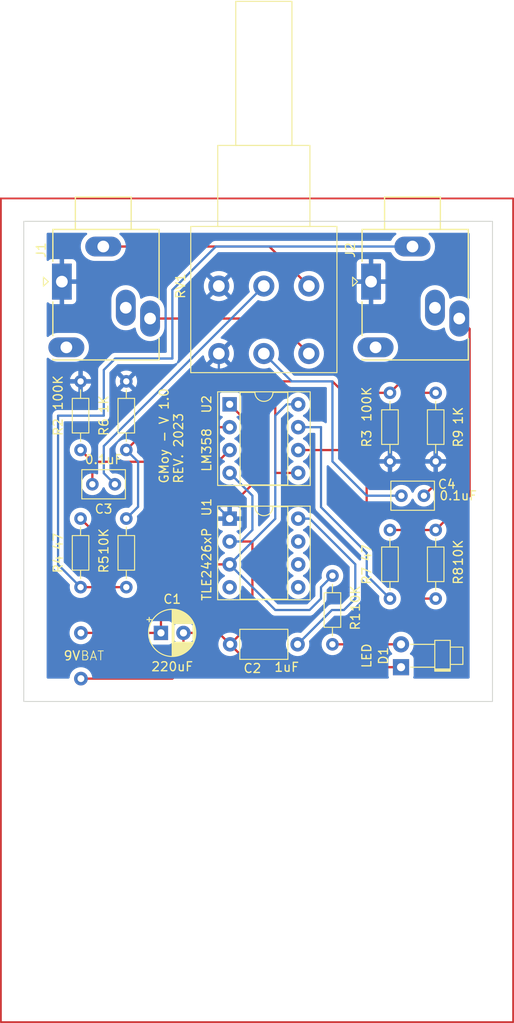
<source format=kicad_pcb>
(kicad_pcb (version 20221018) (generator pcbnew)
  (layers (0 "F.Cu" signal) (31 "B.Cu" signal) (34 "B.Paste" user) (35 "F.Paste" user) (36 "B.SilkS" user "B.Silkscreen") (37 "F.SilkS" user "F.Silkscreen") (38 "B.Mask" user) (39 "F.Mask" user) (44 "Edge.Cuts" user))
  (net 0 "")
  (net 1 "Net-(BT1-+)")
  (net 2 "Net-(BT1--)")
  (net 3 "Net-(U1-NOISE_REDUCTION)")
  (net 4 "Net-(C3-Pad1)")
  (net 5 "Net-(U2A-+)")
  (net 6 "Net-(C4-Pad1)")
  (net 7 "Net-(U2B-+)")
  (net 8 "Net-(D1-A)")
  (net 9 "Net-(J1-PadR)")
  (net 10 "Net-(J1-PadS)")
  (net 11 "GND")
  (net 12 "Net-(J2-PadR)")
  (net 13 "Net-(J2-PadS)")
  (net 14 "Net-(R4-Pad1)")
  (net 15 "Net-(U2A--)")
  (net 16 "Net-(R7-Pad2)")
  (net 17 "Net-(U2B--)")
  (footprint "Battery:Battery-Holes" (layer "F.Cu") (at 168.91 90.17 -90)
    (fp_text reference "BAT" (at 0 -1.27 unlocked) (layer "F.SilkS") (effects (font (thickness 0.1))))
    (fp_text value "9V" (at 0 1 unlocked) (layer "F.SilkS"))
    (pad "1" thru_hole circle (at -2.54 0 270) (size 1.524 1.524) (drill 0.762) (layers "*.Cu" "*.Mask") (net 1 "Net-(BT1-+)"))
    (pad "2" thru_hole circle (at 2.54 0 270) (size 1.524 1.524) (drill 0.762) (layers "*.Cu" "*.Mask") (net 2 "Net-(BT1--)"))
  )
  (footprint "Connector_Audio:Jack_3.5mm_Ledino_KB3SPRS_Horizontal" (layer "F.Cu") (at 201.14 48.61 -90)
    (fp_text reference "J2" (at -3.5 2.3 90) (layer "F.SilkS"))
    (fp_text value "Output")
    (fp_line (start -9.4 -7.7) (end -9.4 -1.5) (stroke (width 0.15)) (layer "F.SilkS"))
    (fp_line (start -9.4 -1.5) (end -5.8 -1.5) (stroke (width 0.15)) (layer "F.SilkS"))
    (fp_line (start -5.8 -10.8) (end 1.95 -10.8) (stroke (width 0.15)) (layer "F.SilkS"))
    (fp_line (start -5.8 -7.7) (end -9.4 -7.7) (stroke (width 0.15)) (layer "F.SilkS"))
    (fp_line (start -5.8 1) (end -5.8 -10.8) (stroke (width 0.15)) (layer "F.SilkS"))
    (fp_line (start -2.25 1) (end -5.8 1) (stroke (width 0.15)) (layer "F.SilkS"))
    (fp_line (start -0.5 2.05) (end 0.5 2.05) (stroke (width 0.12)) (layer "F.SilkS"))
    (fp_line (start 0 1.5) (end -0.5 2.05) (stroke (width 0.12)) (layer "F.SilkS"))
    (fp_line (start 0.5 2.05) (end 0 1.5) (stroke (width 0.12)) (layer "F.SilkS"))
    (fp_line (start 6 1) (end 2.25 1) (stroke (width 0.15)) (layer "F.SilkS"))
    (fp_line (start 6.3 -10.8) (end 8.7 -10.8) (stroke (width 0.15)) (layer "F.SilkS"))
    (fp_line (start 8.7 -10.8) (end 8.7 1) (stroke (width 0.15)) (layer "F.SilkS"))
    (fp_line (start 8.7 1) (end 8.6 1) (stroke (width 0.15)) (layer "F.SilkS"))
    (pad "R" thru_hole oval (at 4.1 -9.8 270) (size 4 2.2) (drill 1.3) (layers "*.Cu" "*.Mask") (net 12 "Net-(J2-PadR)"))
    (pad "RN" thru_hole oval (at 2.9 -7.1 270) (size 4 2.2) (drill 1.3) (layers "*.Cu" "*.Mask"))
    (pad "S" thru_hole oval (at -3.9 -4.6 270) (size 2.2 4) (drill 1.3) (layers "*.Cu" "*.Mask") (net 13 "Net-(J2-PadS)"))
    (pad "T" thru_hole rect (at 0 0 270) (size 4 2.2) (drill 1.3) (layers "*.Cu" "*.Mask") (net 11 "GND"))
    (pad "TN" thru_hole oval (at 7.3 -0.5) (size 4 2.2) (drill 1.3) (layers "*.Cu" "*.Mask"))
  )
  (footprint "LED_THT:LED_D1.8mm_W1.8mm_H2.4mm_Horizontal_O3.81mm_Z8.2mm" (layer "F.Cu") (at 204.47 91.44 90)
    (fp_text reference "D1" (at 1.27 -1.96 90) (layer "F.SilkS"))
    (fp_text value "LED" (at 1.27 -3.81 90) (layer "F.SilkS"))
    (fp_line (start -0.44 3.75) (end -0.44 5.47) (stroke (width 0.12)) (layer "F.SilkS"))
    (fp_line (start -0.44 5.47) (end 2.98 5.47) (stroke (width 0.12)) (layer "F.SilkS"))
    (fp_line (start -0.32 3.75) (end -0.32 5.47) (stroke (width 0.12)) (layer "F.SilkS"))
    (fp_line (start -0.2 3.75) (end -0.2 5.47) (stroke (width 0.12)) (layer "F.SilkS"))
    (fp_line (start 0 1.08) (end 0 1.08) (stroke (width 0.12)) (layer "F.SilkS"))
    (fp_line (start 0 1.08) (end 0 3.75) (stroke (width 0.12)) (layer "F.SilkS"))
    (fp_line (start 0 3.75) (end 0 1.08) (stroke (width 0.12)) (layer "F.SilkS"))
    (fp_line (start 0 3.75) (end 0 3.75) (stroke (width 0.12)) (layer "F.SilkS"))
    (fp_line (start 0.31 5.47) (end 0.31 6.87) (stroke (width 0.12)) (layer "F.SilkS"))
    (fp_line (start 0.31 6.87) (end 2.23 6.87) (stroke (width 0.12)) (layer "F.SilkS"))
    (fp_line (start 2.23 5.47) (end 0.31 5.47) (stroke (width 0.12)) (layer "F.SilkS"))
    (fp_line (start 2.23 6.87) (end 2.23 5.47) (stroke (width 0.12)) (layer "F.SilkS"))
    (fp_line (start 2.54 1.08) (end 2.54 1.08) (stroke (width 0.12)) (layer "F.SilkS"))
    (fp_line (start 2.54 1.08) (end 2.54 3.75) (stroke (width 0.12)) (layer "F.SilkS"))
    (fp_line (start 2.54 3.75) (end 2.54 1.08) (stroke (width 0.12)) (layer "F.SilkS"))
    (fp_line (start 2.54 3.75) (end 2.54 3.75) (stroke (width 0.12)) (layer "F.SilkS"))
    (fp_line (start 2.98 3.75) (end -0.44 3.75) (stroke (width 0.12)) (layer "F.SilkS"))
    (fp_line (start 2.98 5.47) (end 2.98 3.75) (stroke (width 0.12)) (layer "F.SilkS"))
    (pad "1" thru_hole rect (at 0 0 90) (size 1.8 1.8) (drill 0.9) (layers "*.Cu" "*.Mask") (net 2 "Net-(BT1--)"))
    (pad "2" thru_hole circle (at 2.54 0 90) (size 1.8 1.8) (drill 0.9) (layers "*.Cu" "*.Mask") (net 8 "Net-(D1-A)"))
  )
  (footprint "Capacitor_THT:C_Axial_L5.1mm_D3.1mm_P7.50mm_Horizontal" (layer "F.Cu") (at 192.98 88.9 180)
    (fp_text reference "C2" (at 5.02 -2.67) (layer "F.SilkS"))
    (fp_text value "1uF" (at 1.21 -2.54) (layer "F.SilkS"))
    (fp_line (start 1.04 0) (end 1.08 0) (stroke (width 0.12)) (layer "F.SilkS"))
    (fp_line (start 1.08 -1.67) (end 1.08 1.67) (stroke (width 0.12)) (layer "F.SilkS"))
    (fp_line (start 1.08 1.67) (end 6.42 1.67) (stroke (width 0.12)) (layer "F.SilkS"))
    (fp_line (start 6.42 -1.67) (end 1.08 -1.67) (stroke (width 0.12)) (layer "F.SilkS"))
    (fp_line (start 6.42 1.67) (end 6.42 -1.67) (stroke (width 0.12)) (layer "F.SilkS"))
    (fp_line (start 6.46 0) (end 6.42 0) (stroke (width 0.12)) (layer "F.SilkS"))
    (pad "1" thru_hole circle (at 0 0 180) (size 1.6 1.6) (drill 0.8) (layers "*.Cu" "*.Mask") (net 3 "Net-(U1-NOISE_REDUCTION)"))
    (pad "2" thru_hole oval (at 7.5 0 180) (size 1.6 1.6) (drill 0.8) (layers "*.Cu" "*.Mask") (net 2 "Net-(BT1--)"))
  )
  (footprint "Connector_Audio:Jack_3.5mm_Ledino_KB3SPRS_Horizontal" (layer "F.Cu") (at 166.7925 48.61 -90)
    (fp_text reference "J1" (at -3.5 2.3 90) (layer "F.SilkS"))
    (fp_text value "Input")
    (fp_line (start -9.4 -7.7) (end -9.4 -1.5) (stroke (width 0.15)) (layer "F.SilkS"))
    (fp_line (start -9.4 -1.5) (end -5.8 -1.5) (stroke (width 0.15)) (layer "F.SilkS"))
    (fp_line (start -5.8 -10.8) (end 1.95 -10.8) (stroke (width 0.15)) (layer "F.SilkS"))
    (fp_line (start -5.8 -7.7) (end -9.4 -7.7) (stroke (width 0.15)) (layer "F.SilkS"))
    (fp_line (start -5.8 1) (end -5.8 -10.8) (stroke (width 0.15)) (layer "F.SilkS"))
    (fp_line (start -2.25 1) (end -5.8 1) (stroke (width 0.15)) (layer "F.SilkS"))
    (fp_line (start -0.5 2.05) (end 0.5 2.05) (stroke (width 0.12)) (layer "F.SilkS"))
    (fp_line (start 0 1.5) (end -0.5 2.05) (stroke (width 0.12)) (layer "F.SilkS"))
    (fp_line (start 0.5 2.05) (end 0 1.5) (stroke (width 0.12)) (layer "F.SilkS"))
    (fp_line (start 6 1) (end 2.25 1) (stroke (width 0.15)) (layer "F.SilkS"))
    (fp_line (start 6.3 -10.8) (end 8.7 -10.8) (stroke (width 0.15)) (layer "F.SilkS"))
    (fp_line (start 8.7 -10.8) (end 8.7 1) (stroke (width 0.15)) (layer "F.SilkS"))
    (fp_line (start 8.7 1) (end 8.6 1) (stroke (width 0.15)) (layer "F.SilkS"))
    (pad "R" thru_hole oval (at 4.1 -9.8 270) (size 4 2.2) (drill 1.3) (layers "*.Cu" "*.Mask") (net 9 "Net-(J1-PadR)"))
    (pad "RN" thru_hole oval (at 2.9 -7.1 270) (size 4 2.2) (drill 1.3) (layers "*.Cu" "*.Mask"))
    (pad "S" thru_hole oval (at -3.9 -4.6 270) (size 2.2 4) (drill 1.3) (layers "*.Cu" "*.Mask") (net 10 "Net-(J1-PadS)"))
    (pad "T" thru_hole rect (at 0 0 270) (size 4 2.2) (drill 1.3) (layers "*.Cu" "*.Mask") (net 11 "GND"))
    (pad "TN" thru_hole oval (at 7.3 -0.5) (size 4 2.2) (drill 1.3) (layers "*.Cu" "*.Mask"))
  )
  (footprint "Resistor_THT:R_Axial_DIN0204_L3.6mm_D1.6mm_P7.62mm_Horizontal" (layer "F.Cu") (at 208.32 60.96 -90)
    (fp_text reference "R9" (at 5.08 -2.5 90) (layer "F.SilkS"))
    (fp_text value "1K" (at 2.54 -2.5 90) (layer "F.SilkS"))
    (fp_line (start 0.94 0) (end 1.89 0) (stroke (width 0.12)) (layer "F.SilkS"))
    (fp_line (start 1.89 -0.92) (end 1.89 0.92) (stroke (width 0.12)) (layer "F.SilkS"))
    (fp_line (start 1.89 0.92) (end 5.73 0.92) (stroke (width 0.12)) (layer "F.SilkS"))
    (fp_line (start 5.73 -0.92) (end 1.89 -0.92) (stroke (width 0.12)) (layer "F.SilkS"))
    (fp_line (start 5.73 0.92) (end 5.73 -0.92) (stroke (width 0.12)) (layer "F.SilkS"))
    (fp_line (start 6.68 0) (end 5.73 0) (stroke (width 0.12)) (layer "F.SilkS"))
    (pad "1" thru_hole circle (at 0 0 270) (size 1.4 1.4) (drill 0.7) (layers "*.Cu" "*.Mask") (net 17 "Net-(U2B--)"))
    (pad "2" thru_hole oval (at 7.62 0 270) (size 1.4 1.4) (drill 0.7) (layers "*.Cu" "*.Mask") (net 11 "GND"))
  )
  (footprint "Resistor_THT:R_Axial_DIN0204_L3.6mm_D1.6mm_P7.62mm_Horizontal" (layer "F.Cu") (at 168.87 74.93 -90)
    (fp_text reference "R4" (at 5.08 2.5 90) (layer "F.SilkS"))
    (fp_text value "47" (at 2.54 2.5 90) (layer "F.SilkS"))
    (fp_line (start 0.94 0) (end 1.89 0) (stroke (width 0.12)) (layer "F.SilkS"))
    (fp_line (start 1.89 -0.92) (end 1.89 0.92) (stroke (width 0.12)) (layer "F.SilkS"))
    (fp_line (start 1.89 0.92) (end 5.73 0.92) (stroke (width 0.12)) (layer "F.SilkS"))
    (fp_line (start 5.73 -0.92) (end 1.89 -0.92) (stroke (width 0.12)) (layer "F.SilkS"))
    (fp_line (start 5.73 0.92) (end 5.73 -0.92) (stroke (width 0.12)) (layer "F.SilkS"))
    (fp_line (start 6.68 0) (end 5.73 0) (stroke (width 0.12)) (layer "F.SilkS"))
    (pad "1" thru_hole circle (at 0 0 270) (size 1.4 1.4) (drill 0.7) (layers "*.Cu" "*.Mask") (net 14 "Net-(R4-Pad1)"))
    (pad "2" thru_hole oval (at 7.62 0 270) (size 1.4 1.4) (drill 0.7) (layers "*.Cu" "*.Mask") (net 13 "Net-(J2-PadS)"))
  )
  (footprint "Resistor_THT:R_Axial_DIN0204_L3.6mm_D1.6mm_P7.62mm_Horizontal" (layer "F.Cu") (at 173.95 74.93 -90)
    (fp_text reference "R5" (at 5.08 2.5 90) (layer "F.SilkS"))
    (fp_text value "10K" (at 2.54 2.5 90) (layer "F.SilkS"))
    (fp_line (start 0.94 0) (end 1.89 0) (stroke (width 0.12)) (layer "F.SilkS"))
    (fp_line (start 1.89 -0.92) (end 1.89 0.92) (stroke (width 0.12)) (layer "F.SilkS"))
    (fp_line (start 1.89 0.92) (end 5.73 0.92) (stroke (width 0.12)) (layer "F.SilkS"))
    (fp_line (start 5.73 -0.92) (end 1.89 -0.92) (stroke (width 0.12)) (layer "F.SilkS"))
    (fp_line (start 5.73 0.92) (end 5.73 -0.92) (stroke (width 0.12)) (layer "F.SilkS"))
    (fp_line (start 6.68 0) (end 5.73 0) (stroke (width 0.12)) (layer "F.SilkS"))
    (pad "1" thru_hole circle (at 0 0 270) (size 1.4 1.4) (drill 0.7) (layers "*.Cu" "*.Mask") (net 15 "Net-(U2A--)"))
    (pad "2" thru_hole oval (at 7.62 0 270) (size 1.4 1.4) (drill 0.7) (layers "*.Cu" "*.Mask") (net 13 "Net-(J2-PadS)"))
  )
  (footprint "Capacitor_THT:CP_Radial_D5.0mm_P2.50mm" (layer "F.Cu") (at 177.8 87.63)
    (fp_text reference "C1" (at 1.25 -3.75) (layer "F.SilkS"))
    (fp_text value "220uF" (at 1.25 3.75) (layer "F.SilkS"))
    (fp_line (start -1.554775 -1.475) (end -1.054775 -1.475) (stroke (width 0.12)) (layer "F.SilkS"))
    (fp_line (start -1.304775 -1.725) (end -1.304775 -1.225) (stroke (width 0.12)) (layer "F.SilkS"))
    (fp_line (start 1.25 -2.58) (end 1.25 2.58) (stroke (width 0.12)) (layer "F.SilkS"))
    (fp_line (start 1.29 -2.58) (end 1.29 2.58) (stroke (width 0.12)) (layer "F.SilkS"))
    (fp_line (start 1.33 -2.579) (end 1.33 2.579) (stroke (width 0.12)) (layer "F.SilkS"))
    (fp_line (start 1.37 -2.578) (end 1.37 2.578) (stroke (width 0.12)) (layer "F.SilkS"))
    (fp_line (start 1.41 -2.576) (end 1.41 2.576) (stroke (width 0.12)) (layer "F.SilkS"))
    (fp_line (start 1.45 -2.573) (end 1.45 2.573) (stroke (width 0.12)) (layer "F.SilkS"))
    (fp_line (start 1.49 -2.569) (end 1.49 -1.04) (stroke (width 0.12)) (layer "F.SilkS"))
    (fp_line (start 1.49 1.04) (end 1.49 2.569) (stroke (width 0.12)) (layer "F.SilkS"))
    (fp_line (start 1.53 -2.565) (end 1.53 -1.04) (stroke (width 0.12)) (layer "F.SilkS"))
    (fp_line (start 1.53 1.04) (end 1.53 2.565) (stroke (width 0.12)) (layer "F.SilkS"))
    (fp_line (start 1.57 -2.561) (end 1.57 -1.04) (stroke (width 0.12)) (layer "F.SilkS"))
    (fp_line (start 1.57 1.04) (end 1.57 2.561) (stroke (width 0.12)) (layer "F.SilkS"))
    (fp_line (start 1.61 -2.556) (end 1.61 -1.04) (stroke (width 0.12)) (layer "F.SilkS"))
    (fp_line (start 1.61 1.04) (end 1.61 2.556) (stroke (width 0.12)) (layer "F.SilkS"))
    (fp_line (start 1.65 -2.55) (end 1.65 -1.04) (stroke (width 0.12)) (layer "F.SilkS"))
    (fp_line (start 1.65 1.04) (end 1.65 2.55) (stroke (width 0.12)) (layer "F.SilkS"))
    (fp_line (start 1.69 -2.543) (end 1.69 -1.04) (stroke (width 0.12)) (layer "F.SilkS"))
    (fp_line (start 1.69 1.04) (end 1.69 2.543) (stroke (width 0.12)) (layer "F.SilkS"))
    (fp_line (start 1.73 -2.536) (end 1.73 -1.04) (stroke (width 0.12)) (layer "F.SilkS"))
    (fp_line (start 1.73 1.04) (end 1.73 2.536) (stroke (width 0.12)) (layer "F.SilkS"))
    (fp_line (start 1.77 -2.528) (end 1.77 -1.04) (stroke (width 0.12)) (layer "F.SilkS"))
    (fp_line (start 1.77 1.04) (end 1.77 2.528) (stroke (width 0.12)) (layer "F.SilkS"))
    (fp_line (start 1.81 -2.52) (end 1.81 -1.04) (stroke (width 0.12)) (layer "F.SilkS"))
    (fp_line (start 1.81 1.04) (end 1.81 2.52) (stroke (width 0.12)) (layer "F.SilkS"))
    (fp_line (start 1.85 -2.511) (end 1.85 -1.04) (stroke (width 0.12)) (layer "F.SilkS"))
    (fp_line (start 1.85 1.04) (end 1.85 2.511) (stroke (width 0.12)) (layer "F.SilkS"))
    (fp_line (start 1.89 -2.501) (end 1.89 -1.04) (stroke (width 0.12)) (layer "F.SilkS"))
    (fp_line (start 1.89 1.04) (end 1.89 2.501) (stroke (width 0.12)) (layer "F.SilkS"))
    (fp_line (start 1.93 -2.491) (end 1.93 -1.04) (stroke (width 0.12)) (layer "F.SilkS"))
    (fp_line (start 1.93 1.04) (end 1.93 2.491) (stroke (width 0.12)) (layer "F.SilkS"))
    (fp_line (start 1.971 -2.48) (end 1.971 -1.04) (stroke (width 0.12)) (layer "F.SilkS"))
    (fp_line (start 1.971 1.04) (end 1.971 2.48) (stroke (width 0.12)) (layer "F.SilkS"))
    (fp_line (start 2.011 -2.468) (end 2.011 -1.04) (stroke (width 0.12)) (layer "F.SilkS"))
    (fp_line (start 2.011 1.04) (end 2.011 2.468) (stroke (width 0.12)) (layer "F.SilkS"))
    (fp_line (start 2.051 -2.455) (end 2.051 -1.04) (stroke (width 0.12)) (layer "F.SilkS"))
    (fp_line (start 2.051 1.04) (end 2.051 2.455) (stroke (width 0.12)) (layer "F.SilkS"))
    (fp_line (start 2.091 -2.442) (end 2.091 -1.04) (stroke (width 0.12)) (layer "F.SilkS"))
    (fp_line (start 2.091 1.04) (end 2.091 2.442) (stroke (width 0.12)) (layer "F.SilkS"))
    (fp_line (start 2.131 -2.428) (end 2.131 -1.04) (stroke (width 0.12)) (layer "F.SilkS"))
    (fp_line (start 2.131 1.04) (end 2.131 2.428) (stroke (width 0.12)) (layer "F.SilkS"))
    (fp_line (start 2.171 -2.414) (end 2.171 -1.04) (stroke (width 0.12)) (layer "F.SilkS"))
    (fp_line (start 2.171 1.04) (end 2.171 2.414) (stroke (width 0.12)) (layer "F.SilkS"))
    (fp_line (start 2.211 -2.398) (end 2.211 -1.04) (stroke (width 0.12)) (layer "F.SilkS"))
    (fp_line (start 2.211 1.04) (end 2.211 2.398) (stroke (width 0.12)) (layer "F.SilkS"))
    (fp_line (start 2.251 -2.382) (end 2.251 -1.04) (stroke (width 0.12)) (layer "F.SilkS"))
    (fp_line (start 2.251 1.04) (end 2.251 2.382) (stroke (width 0.12)) (layer "F.SilkS"))
    (fp_line (start 2.291 -2.365) (end 2.291 -1.04) (stroke (width 0.12)) (layer "F.SilkS"))
    (fp_line (start 2.291 1.04) (end 2.291 2.365) (stroke (width 0.12)) (layer "F.SilkS"))
    (fp_line (start 2.331 -2.348) (end 2.331 -1.04) (stroke (width 0.12)) (layer "F.SilkS"))
    (fp_line (start 2.331 1.04) (end 2.331 2.348) (stroke (width 0.12)) (layer "F.SilkS"))
    (fp_line (start 2.371 -2.329) (end 2.371 -1.04) (stroke (width 0.12)) (layer "F.SilkS"))
    (fp_line (start 2.371 1.04) (end 2.371 2.329) (stroke (width 0.12)) (layer "F.SilkS"))
    (fp_line (start 2.411 -2.31) (end 2.411 -1.04) (stroke (width 0.12)) (layer "F.SilkS"))
    (fp_line (start 2.411 1.04) (end 2.411 2.31) (stroke (width 0.12)) (layer "F.SilkS"))
    (fp_line (start 2.451 -2.29) (end 2.451 -1.04) (stroke (width 0.12)) (layer "F.SilkS"))
    (fp_line (start 2.451 1.04) (end 2.451 2.29) (stroke (width 0.12)) (layer "F.SilkS"))
    (fp_line (start 2.491 -2.268) (end 2.491 -1.04) (stroke (width 0.12)) (layer "F.SilkS"))
    (fp_line (start 2.491 1.04) (end 2.491 2.268) (stroke (width 0.12)) (layer "F.SilkS"))
    (fp_line (start 2.531 -2.247) (end 2.531 -1.04) (stroke (width 0.12)) (layer "F.SilkS"))
    (fp_line (start 2.531 1.04) (end 2.531 2.247) (stroke (width 0.12)) (layer "F.SilkS"))
    (fp_line (start 2.571 -2.224) (end 2.571 -1.04) (stroke (width 0.12)) (layer "F.SilkS"))
    (fp_line (start 2.571 1.04) (end 2.571 2.224) (stroke (width 0.12)) (layer "F.SilkS"))
    (fp_line (start 2.611 -2.2) (end 2.611 -1.04) (stroke (width 0.12)) (layer "F.SilkS"))
    (fp_line (start 2.611 1.04) (end 2.611 2.2) (stroke (width 0.12)) (layer "F.SilkS"))
    (fp_line (start 2.651 -2.175) (end 2.651 -1.04) (stroke (width 0.12)) (layer "F.SilkS"))
    (fp_line (start 2.651 1.04) (end 2.651 2.175) (stroke (width 0.12)) (layer "F.SilkS"))
    (fp_line (start 2.691 -2.149) (end 2.691 -1.04) (stroke (width 0.12)) (layer "F.SilkS"))
    (fp_line (start 2.691 1.04) (end 2.691 2.149) (stroke (width 0.12)) (layer "F.SilkS"))
    (fp_line (start 2.731 -2.122) (end 2.731 -1.04) (stroke (width 0.12)) (layer "F.SilkS"))
    (fp_line (start 2.731 1.04) (end 2.731 2.122) (stroke (width 0.12)) (layer "F.SilkS"))
    (fp_line (start 2.771 -2.095) (end 2.771 -1.04) (stroke (width 0.12)) (layer "F.SilkS"))
    (fp_line (start 2.771 1.04) (end 2.771 2.095) (stroke (width 0.12)) (layer "F.SilkS"))
    (fp_line (start 2.811 -2.065) (end 2.811 -1.04) (stroke (width 0.12)) (layer "F.SilkS"))
    (fp_line (start 2.811 1.04) (end 2.811 2.065) (stroke (width 0.12)) (layer "F.SilkS"))
    (fp_line (start 2.851 -2.035) (end 2.851 -1.04) (stroke (width 0.12)) (layer "F.SilkS"))
    (fp_line (start 2.851 1.04) (end 2.851 2.035) (stroke (width 0.12)) (layer "F.SilkS"))
    (fp_line (start 2.891 -2.004) (end 2.891 -1.04) (stroke (width 0.12)) (layer "F.SilkS"))
    (fp_line (start 2.891 1.04) (end 2.891 2.004) (stroke (width 0.12)) (layer "F.SilkS"))
    (fp_line (start 2.931 -1.971) (end 2.931 -1.04) (stroke (width 0.12)) (layer "F.SilkS"))
    (fp_line (start 2.931 1.04) (end 2.931 1.971) (stroke (width 0.12)) (layer "F.SilkS"))
    (fp_line (start 2.971 -1.937) (end 2.971 -1.04) (stroke (width 0.12)) (layer "F.SilkS"))
    (fp_line (start 2.971 1.04) (end 2.971 1.937) (stroke (width 0.12)) (layer "F.SilkS"))
    (fp_line (start 3.011 -1.901) (end 3.011 -1.04) (stroke (width 0.12)) (layer "F.SilkS"))
    (fp_line (start 3.011 1.04) (end 3.011 1.901) (stroke (width 0.12)) (layer "F.SilkS"))
    (fp_line (start 3.051 -1.864) (end 3.051 -1.04) (stroke (width 0.12)) (layer "F.SilkS"))
    (fp_line (start 3.051 1.04) (end 3.051 1.864) (stroke (width 0.12)) (layer "F.SilkS"))
    (fp_line (start 3.091 -1.826) (end 3.091 -1.04) (stroke (width 0.12)) (layer "F.SilkS"))
    (fp_line (start 3.091 1.04) (end 3.091 1.826) (stroke (width 0.12)) (layer "F.SilkS"))
    (fp_line (start 3.131 -1.785) (end 3.131 -1.04) (stroke (width 0.12)) (layer "F.SilkS"))
    (fp_line (start 3.131 1.04) (end 3.131 1.785) (stroke (width 0.12)) (layer "F.SilkS"))
    (fp_line (start 3.171 -1.743) (end 3.171 -1.04) (stroke (width 0.12)) (layer "F.SilkS"))
    (fp_line (start 3.171 1.04) (end 3.171 1.743) (stroke (width 0.12)) (layer "F.SilkS"))
    (fp_line (start 3.211 -1.699) (end 3.211 -1.04) (stroke (width 0.12)) (layer "F.SilkS"))
    (fp_line (start 3.211 1.04) (end 3.211 1.699) (stroke (width 0.12)) (layer "F.SilkS"))
    (fp_line (start 3.251 -1.653) (end 3.251 -1.04) (stroke (width 0.12)) (layer "F.SilkS"))
    (fp_line (start 3.251 1.04) (end 3.251 1.653) (stroke (width 0.12)) (layer "F.SilkS"))
    (fp_line (start 3.291 -1.605) (end 3.291 -1.04) (stroke (width 0.12)) (layer "F.SilkS"))
    (fp_line (start 3.291 1.04) (end 3.291 1.605) (stroke (width 0.12)) (layer "F.SilkS"))
    (fp_line (start 3.331 -1.554) (end 3.331 -1.04) (stroke (width 0.12)) (layer "F.SilkS"))
    (fp_line (start 3.331 1.04) (end 3.331 1.554) (stroke (width 0.12)) (layer "F.SilkS"))
    (fp_line (start 3.371 -1.5) (end 3.371 -1.04) (stroke (width 0.12)) (layer "F.SilkS"))
    (fp_line (start 3.371 1.04) (end 3.371 1.5) (stroke (width 0.12)) (layer "F.SilkS"))
    (fp_line (start 3.411 -1.443) (end 3.411 -1.04) (stroke (width 0.12)) (layer "F.SilkS"))
    (fp_line (start 3.411 1.04) (end 3.411 1.443) (stroke (width 0.12)) (layer "F.SilkS"))
    (fp_line (start 3.451 -1.383) (end 3.451 -1.04) (stroke (width 0.12)) (layer "F.SilkS"))
    (fp_line (start 3.451 1.04) (end 3.451 1.383) (stroke (width 0.12)) (layer "F.SilkS"))
    (fp_line (start 3.491 -1.319) (end 3.491 -1.04) (stroke (width 0.12)) (layer "F.SilkS"))
    (fp_line (start 3.491 1.04) (end 3.491 1.319) (stroke (width 0.12)) (layer "F.SilkS"))
    (fp_line (start 3.531 -1.251) (end 3.531 -1.04) (stroke (width 0.12)) (layer "F.SilkS"))
    (fp_line (start 3.531 1.04) (end 3.531 1.251) (stroke (width 0.12)) (layer "F.SilkS"))
    (fp_line (start 3.571 -1.178) (end 3.571 1.178) (stroke (width 0.12)) (layer "F.SilkS"))
    (fp_line (start 3.611 -1.098) (end 3.611 1.098) (stroke (width 0.12)) (layer "F.SilkS"))
    (fp_line (start 3.651 -1.011) (end 3.651 1.011) (stroke (width 0.12)) (layer "F.SilkS"))
    (fp_line (start 3.691 -0.915) (end 3.691 0.915) (stroke (width 0.12)) (layer "F.SilkS"))
    (fp_line (start 3.731 -0.805) (end 3.731 0.805) (stroke (width 0.12)) (layer "F.SilkS"))
    (fp_line (start 3.771 -0.677) (end 3.771 0.677) (stroke (width 0.12)) (layer "F.SilkS"))
    (fp_line (start 3.811 -0.518) (end 3.811 0.518) (stroke (width 0.12)) (layer "F.SilkS"))
    (fp_line (start 3.851 -0.284) (end 3.851 0.284) (stroke (width 0.12)) (layer "F.SilkS"))
    (fp_circle (center 1.25 0) (end 3.87 0) (stroke (width 0.12)) (fill none) (layer "F.SilkS"))
    (pad "1" thru_hole rect (at 0 0) (size 1.6 1.6) (drill 0.8) (layers "*.Cu" "*.Mask") (net 1 "Net-(BT1-+)"))
    (pad "2" thru_hole circle (at 2.5 0) (size 1.6 1.6) (drill 0.8) (layers "*.Cu" "*.Mask") (net 2 "Net-(BT1--)"))
  )
  (footprint "Resistor_THT:R_Axial_DIN0204_L3.6mm_D1.6mm_P7.62mm_Horizontal" (layer "F.Cu") (at 173.95 59.69 -90)
    (fp_text reference "R6" (at 5.08 2.5 90) (layer "F.SilkS"))
    (fp_text value "1K" (at 2.54 2.5 90) (layer "F.SilkS"))
    (fp_line (start 0.94 0) (end 1.89 0) (stroke (width 0.12)) (layer "F.SilkS"))
    (fp_line (start 1.89 -0.92) (end 1.89 0.92) (stroke (width 0.12)) (layer "F.SilkS"))
    (fp_line (start 1.89 0.92) (end 5.73 0.92) (stroke (width 0.12)) (layer "F.SilkS"))
    (fp_line (start 5.73 -0.92) (end 1.89 -0.92) (stroke (width 0.12)) (layer "F.SilkS"))
    (fp_line (start 5.73 0.92) (end 5.73 -0.92) (stroke (width 0.12)) (layer "F.SilkS"))
    (fp_line (start 6.68 0) (end 5.73 0) (stroke (width 0.12)) (layer "F.SilkS"))
    (pad "1" thru_hole circle (at 0 0 270) (size 1.4 1.4) (drill 0.7) (layers "*.Cu" "*.Mask") (net 11 "GND"))
    (pad "2" thru_hole oval (at 7.62 0 270) (size 1.4 1.4) (drill 0.7) (layers "*.Cu" "*.Mask") (net 15 "Net-(U2A--)"))
  )
  (footprint "Resistor_THT:R_Axial_DIN0204_L3.6mm_D1.6mm_P7.62mm_Horizontal" (layer "F.Cu") (at 203.24 76.2 -90)
    (fp_text reference "R7" (at 5.08 2.58 90) (layer "F.SilkS"))
    (fp_text value "47" (at 2.54 2.58 90) (layer "F.SilkS"))
    (fp_line (start 0.94 0) (end 1.89 0) (stroke (width 0.12)) (layer "F.SilkS"))
    (fp_line (start 1.89 -0.92) (end 1.89 0.92) (stroke (width 0.12)) (layer "F.SilkS"))
    (fp_line (start 1.89 0.92) (end 5.73 0.92) (stroke (width 0.12)) (layer "F.SilkS"))
    (fp_line (start 5.73 -0.92) (end 1.89 -0.92) (stroke (width 0.12)) (layer "F.SilkS"))
    (fp_line (start 5.73 0.92) (end 5.73 -0.92) (stroke (width 0.12)) (layer "F.SilkS"))
    (fp_line (start 6.68 0) (end 5.73 0) (stroke (width 0.12)) (layer "F.SilkS"))
    (pad "1" thru_hole circle (at 0 0 270) (size 1.4 1.4) (drill 0.7) (layers "*.Cu" "*.Mask") (net 12 "Net-(J2-PadR)"))
    (pad "2" thru_hole oval (at 7.62 0 270) (size 1.4 1.4) (drill 0.7) (layers "*.Cu" "*.Mask") (net 16 "Net-(R7-Pad2)"))
  )
  (footprint "Resistor_THT:R_Axial_DIN0204_L3.6mm_D1.6mm_P7.62mm_Horizontal" (layer "F.Cu") (at 168.87 67.31 90)
    (fp_text reference "R2" (at 2.54 -2.5 90) (layer "F.SilkS"))
    (fp_text value "100K" (at 6.35 -2.5 90) (layer "F.SilkS"))
    (fp_line (start 0.94 0) (end 1.89 0) (stroke (width 0.12)) (layer "F.SilkS"))
    (fp_line (start 1.89 -0.92) (end 1.89 0.92) (stroke (width 0.12)) (layer "F.SilkS"))
    (fp_line (start 1.89 0.92) (end 5.73 0.92) (stroke (width 0.12)) (layer "F.SilkS"))
    (fp_line (start 5.73 -0.92) (end 1.89 -0.92) (stroke (width 0.12)) (layer "F.SilkS"))
    (fp_line (start 5.73 0.92) (end 5.73 -0.92) (stroke (width 0.12)) (layer "F.SilkS"))
    (fp_line (start 6.68 0) (end 5.73 0) (stroke (width 0.12)) (layer "F.SilkS"))
    (pad "1" thru_hole circle (at 0 0 90) (size 1.4 1.4) (drill 0.7) (layers "*.Cu" "*.Mask") (net 5 "Net-(U2A-+)"))
    (pad "2" thru_hole oval (at 7.62 0 90) (size 1.4 1.4) (drill 0.7) (layers "*.Cu" "*.Mask") (net 11 "GND"))
  )
  (footprint "Capacitor_THT:C_Rect_L4.6mm_W3.0mm_P2.50mm_MKS02_FKP02" (layer "F.Cu") (at 204.51 72.39)
    (fp_text reference "C4" (at 5.04 -1.27) (layer "F.SilkS"))
    (fp_text value "0.1uF" (at 6.31 0) (layer "F.SilkS"))
    (fp_line (start -1.17 -1.62) (end -1.17 1.62) (stroke (width 0.12)) (layer "F.SilkS"))
    (fp_line (start -1.17 -1.62) (end 3.67 -1.62) (stroke (width 0.12)) (layer "F.SilkS"))
    (fp_line (start -1.17 1.62) (end 3.67 1.62) (stroke (width 0.12)) (layer "F.SilkS"))
    (fp_line (start 3.67 -1.62) (end 3.67 1.62) (stroke (width 0.12)) (layer "F.SilkS"))
    (pad "1" thru_hole circle (at 0 0) (size 1.4 1.4) (drill 0.7) (layers "*.Cu" "*.Mask") (net 6 "Net-(C4-Pad1)"))
    (pad "2" thru_hole circle (at 2.5 0) (size 1.4 1.4) (drill 0.7) (layers "*.Cu" "*.Mask") (net 7 "Net-(U2B-+)"))
  )
  (footprint "Package_DIP:DIP-8_W7.62mm_Socket" (layer "F.Cu") (at 185.43 74.94)
    (fp_text reference "U1" (at -2.55 -1.28 90) (layer "F.SilkS"))
    (fp_text value "TLE2426xP" (at -2.55 5.07 90) (layer "F.SilkS"))
    (fp_line (start -1.33 -1.39) (end -1.33 9.01) (stroke (width 0.12)) (layer "F.SilkS"))
    (fp_line (start -1.33 9.01) (end 8.95 9.01) (stroke (width 0.12)) (layer "F.SilkS"))
    (fp_line (start 1.16 -1.33) (end 1.16 8.95) (stroke (width 0.12)) (layer "F.SilkS"))
    (fp_line (start 1.16 8.95) (end 6.46 8.95) (stroke (width 0.12)) (layer "F.SilkS"))
    (fp_line (start 2.81 -1.33) (end 1.16 -1.33) (stroke (width 0.12)) (layer "F.SilkS"))
    (fp_line (start 6.46 -1.33) (end 4.81 -1.33) (stroke (width 0.12)) (layer "F.SilkS"))
    (fp_line (start 6.46 8.95) (end 6.46 -1.33) (stroke (width 0.12)) (layer "F.SilkS"))
    (fp_line (start 8.95 -1.39) (end -1.33 -1.39) (stroke (width 0.12)) (layer "F.SilkS"))
    (fp_line (start 8.95 9.01) (end 8.95 -1.39) (stroke (width 0.12)) (layer "F.SilkS"))
    (fp_arc (start 4.81 -1.33) (mid 3.81 -0.33) (end 2.81 -1.33) (stroke (width 0.12)) (layer "F.SilkS"))
    (pad "1" thru_hole rect (at 0 0) (size 1.6 1.6) (drill 0.8) (layers "*.Cu" "*.Mask") (net 11 "GND"))
    (pad "2" thru_hole oval (at 0 2.54) (size 1.6 1.6) (drill 0.8) (layers "*.Cu" "*.Mask") (net 2 "Net-(BT1--)"))
    (pad "3" thru_hole oval (at 0 5.08) (size 1.6 1.6) (drill 0.8) (layers "*.Cu" "*.Mask") (net 1 "Net-(BT1-+)"))
    (pad "4" thru_hole oval (at 0 7.62) (size 1.6 1.6) (drill 0.8) (layers "*.Cu" "*.Mask"))
    (pad "5" thru_hole oval (at 7.62 7.62) (size 1.6 1.6) (drill 0.8) (layers "*.Cu" "*.Mask"))
    (pad "6" thru_hole oval (at 7.62 5.08) (size 1.6 1.6) (drill 0.8) (layers "*.Cu" "*.Mask"))
    (pad "7" thru_hole oval (at 7.62 2.54) (size 1.6 1.6) (drill 0.8) (layers "*.Cu" "*.Mask"))
    (pad "8" thru_hole oval (at 7.62 0) (size 1.6 1.6) (drill 0.8) (layers "*.Cu" "*.Mask") (net 3 "Net-(U1-NOISE_REDUCTION)"))
  )
  (footprint "Potentiometer_THT:Potentiometer_Piher_PC-16_Dual_Horizontal" (layer "F.Cu") (at 194.23 49.1 90)
    (fp_text reference "RV1" (at 0 -14.25 90) (layer "F.SilkS"))
    (fp_text value "PC16D")
    (fp_line (start -9.62 -13.12) (end -9.62 3.12) (stroke (width 0.12)) (layer "F.SilkS"))
    (fp_line (start -9.62 -13.12) (end 6.62 -13.12) (stroke (width 0.12)) (layer "F.SilkS"))
    (fp_line (start -9.62 3.12) (end 6.62 3.12) (stroke (width 0.12)) (layer "F.SilkS"))
    (fp_line (start 6.62 -13.12) (end 6.62 3.12) (stroke (width 0.12)) (layer "F.SilkS"))
    (fp_line (start 6.62 -10.12) (end 6.62 0.12) (stroke (width 0.12)) (layer "F.SilkS"))
    (fp_line (start 6.62 -10.12) (end 15.62 -10.12) (stroke (width 0.12)) (layer "F.SilkS"))
    (fp_line (start 6.62 0.12) (end 15.62 0.12) (stroke (width 0.12)) (layer "F.SilkS"))
    (fp_line (start 15.62 -10.12) (end 15.62 0.12) (stroke (width 0.12)) (layer "F.SilkS"))
    (fp_line (start 15.62 -8.12) (end 15.62 -1.879) (stroke (width 0.12)) (layer "F.SilkS"))
    (fp_line (start 15.62 -8.12) (end 31.62 -8.12) (stroke (width 0.12)) (layer "F.SilkS"))
    (fp_line (start 15.62 -1.879) (end 31.62 -1.879) (stroke (width 0.12)) (layer "F.SilkS"))
    (fp_line (start 31.62 -8.12) (end 31.62 -1.879) (stroke (width 0.12)) (layer "F.SilkS"))
    (pad "1" thru_hole circle (at 0 0 90) (size 2.34 2.34) (drill 1.3) (layers "*.Cu" "*.Mask") (net 10 "Net-(J1-PadS)"))
    (pad "2" thru_hole circle (at 0 -5 90) (size 2.34 2.34) (drill 1.3) (layers "*.Cu" "*.Mask") (net 4 "Net-(C3-Pad1)"))
    (pad "3" thru_hole circle (at 0 -10 90) (size 2.34 2.34) (drill 1.3) (layers "*.Cu" "*.Mask") (net 11 "GND"))
    (pad "4" thru_hole circle (at -7.5 0 90) (size 2.34 2.34) (drill 1.3) (layers "*.Cu" "*.Mask") (net 9 "Net-(J1-PadR)"))
    (pad "5" thru_hole circle (at -7.5 -5 90) (size 2.34 2.34) (drill 1.3) (layers "*.Cu" "*.Mask") (net 6 "Net-(C4-Pad1)"))
    (pad "6" thru_hole circle (at -7.5 -10 90) (size 2.34 2.34) (drill 1.3) (layers "*.Cu" "*.Mask") (net 11 "GND"))
  )
  (footprint "Capacitor_THT:C_Rect_L4.6mm_W3.0mm_P2.50mm_MKS02_FKP02" (layer "F.Cu") (at 172.68 71.12 180)
    (fp_text reference "C3" (at 1.25 -2.75) (layer "F.SilkS"))
    (fp_text value "0.1uF" (at 1.25 2.75) (layer "F.SilkS"))
    (fp_line (start -1.17 -1.62) (end -1.17 1.62) (stroke (width 0.12)) (layer "F.SilkS"))
    (fp_line (start -1.17 -1.62) (end 3.67 -1.62) (stroke (width 0.12)) (layer "F.SilkS"))
    (fp_line (start -1.17 1.62) (end 3.67 1.62) (stroke (width 0.12)) (layer "F.SilkS"))
    (fp_line (start 3.67 -1.62) (end 3.67 1.62) (stroke (width 0.12)) (layer "F.SilkS"))
    (pad "1" thru_hole circle (at 0 0 180) (size 1.4 1.4) (drill 0.7) (layers "*.Cu" "*.Mask") (net 4 "Net-(C3-Pad1)"))
    (pad "2" thru_hole circle (at 2.5 0 180) (size 1.4 1.4) (drill 0.7) (layers "*.Cu" "*.Mask") (net 5 "Net-(U2A-+)"))
  )
  (footprint "Package_DIP:DIP-8_W7.62mm_Socket" (layer "F.Cu") (at 185.43 62.24)
    (fp_text reference "U2" (at -2.55 -0.01 90) (layer "F.SilkS"))
    (fp_text value "LM358" (at -2.55 5.07 90) (layer "F.SilkS"))
    (fp_line (start -1.33 -1.39) (end -1.33 9.01) (stroke (width 0.12)) (layer "F.SilkS"))
    (fp_line (start -1.33 9.01) (end 8.95 9.01) (stroke (width 0.12)) (layer "F.SilkS"))
    (fp_line (start 1.16 -1.33) (end 1.16 8.95) (stroke (width 0.12)) (layer "F.SilkS"))
    (fp_line (start 1.16 8.95) (end 6.46 8.95) (stroke (width 0.12)) (layer "F.SilkS"))
    (fp_line (start 2.81 -1.33) (end 1.16 -1.33) (stroke (width 0.12)) (layer "F.SilkS"))
    (fp_line (start 6.46 -1.33) (end 4.81 -1.33) (stroke (width 0.12)) (layer "F.SilkS"))
    (fp_line (start 6.46 8.95) (end 6.46 -1.33) (stroke (width 0.12)) (layer "F.SilkS"))
    (fp_line (start 8.95 -1.39) (end -1.33 -1.39) (stroke (width 0.12)) (layer "F.SilkS"))
    (fp_line (start 8.95 9.01) (end 8.95 -1.39) (stroke (width 0.12)) (layer "F.SilkS"))
    (fp_arc (start 4.81 -1.33) (mid 3.81 -0.33) (end 2.81 -1.33) (stroke (width 0.12)) (layer "F.SilkS"))
    (pad "1" thru_hole rect (at 0 0) (size 1.6 1.6) (drill 0.8) (layers "*.Cu" "*.Mask") (net 14 "Net-(R4-Pad1)"))
    (pad "2" thru_hole oval (at 0 2.54) (size 1.6 1.6) (drill 0.8) (layers "*.Cu" "*.Mask") (net 15 "Net-(U2A--)"))
    (pad "3" thru_hole oval (at 0 5.08) (size 1.6 1.6) (drill 0.8) (layers "*.Cu" "*.Mask") (net 5 "Net-(U2A-+)"))
    (pad "4" thru_hole oval (at 0 7.62) (size 1.6 1.6) (drill 0.8) (layers "*.Cu" "*.Mask") (net 2 "Net-(BT1--)"))
    (pad "5" thru_hole oval (at 7.62 7.62) (size 1.6 1.6) (drill 0.8) (layers "*.Cu" "*.Mask") (net 7 "Net-(U2B-+)"))
    (pad "6" thru_hole oval (at 7.62 5.08) (size 1.6 1.6) (drill 0.8) (layers "*.Cu" "*.Mask") (net 17 "Net-(U2B--)"))
    (pad "7" thru_hole oval (at 7.62 2.54) (size 1.6 1.6) (drill 0.8) (layers "*.Cu" "*.Mask") (net 16 "Net-(R7-Pad2)"))
    (pad "8" thru_hole oval (at 7.62 0) (size 1.6 1.6) (drill 0.8) (layers "*.Cu" "*.Mask") (net 1 "Net-(BT1-+)"))
  )
  (footprint "Resistor_THT:R_Axial_DIN0204_L3.6mm_D1.6mm_P7.62mm_Horizontal" (layer "F.Cu") (at 196.85 81.28 -90)
    (fp_text reference "R1" (at 5.08 -2.54 90) (layer "F.SilkS"))
    (fp_text value "10K" (at 2.54 -2.54 90) (layer "F.SilkS"))
    (fp_line (start 0.94 0) (end 1.89 0) (stroke (width 0.12)) (layer "F.SilkS"))
    (fp_line (start 1.89 -0.92) (end 1.89 0.92) (stroke (width 0.12)) (layer "F.SilkS"))
    (fp_line (start 1.89 0.92) (end 5.73 0.92) (stroke (width 0.12)) (layer "F.SilkS"))
    (fp_line (start 5.73 -0.92) (end 1.89 -0.92) (stroke (width 0.12)) (layer "F.SilkS"))
    (fp_line (start 5.73 0.92) (end 5.73 -0.92) (stroke (width 0.12)) (layer "F.SilkS"))
    (fp_line (start 6.68 0) (end 5.73 0) (stroke (width 0.12)) (layer "F.SilkS"))
    (pad "1" thru_hole circle (at 0 0 270) (size 1.4 1.4) (drill 0.7) (layers "*.Cu" "*.Mask") (net 1 "Net-(BT1-+)"))
    (pad "2" thru_hole oval (at 7.62 0 270) (size 1.4 1.4) (drill 0.7) (layers "*.Cu" "*.Mask") (net 8 "Net-(D1-A)"))
  )
  (footprint "Resistor_THT:R_Axial_DIN0204_L3.6mm_D1.6mm_P7.62mm_Horizontal" (layer "F.Cu") (at 208.32 76.2 -90)
    (fp_text reference "R8" (at 5.08 -2.5 90) (layer "F.SilkS"))
    (fp_text value "10K" (at 2.54 -2.5 90) (layer "F.SilkS"))
    (fp_line (start 0.94 0) (end 1.89 0) (stroke (width 0.12)) (layer "F.SilkS"))
    (fp_line (start 1.89 -0.92) (end 1.89 0.92) (stroke (width 0.12)) (layer "F.SilkS"))
    (fp_line (start 1.89 0.92) (end 5.73 0.92) (stroke (width 0.12)) (layer "F.SilkS"))
    (fp_line (start 5.73 -0.92) (end 1.89 -0.92) (stroke (width 0.12)) (layer "F.SilkS"))
    (fp_line (start 5.73 0.92) (end 5.73 -0.92) (stroke (width 0.12)) (layer "F.SilkS"))
    (fp_line (start 6.68 0) (end 5.73 0) (stroke (width 0.12)) (layer "F.SilkS"))
    (pad "1" thru_hole circle (at 0 0 270) (size 1.4 1.4) (drill 0.7) (layers "*.Cu" "*.Mask") (net 12 "Net-(J2-PadR)"))
    (pad "2" thru_hole oval (at 7.62 0 270) (size 1.4 1.4) (drill 0.7) (layers "*.Cu" "*.Mask") (net 17 "Net-(U2B--)"))
  )
  (footprint "Resistor_THT:R_Axial_DIN0204_L3.6mm_D1.6mm_P7.62mm_Horizontal" (layer "F.Cu") (at 203.24 60.96 -90)
    (fp_text reference "R3" (at 5.08 2.58 90) (layer "F.SilkS"))
    (fp_text value "100K" (at 1.27 2.58 90) (layer "F.SilkS"))
    (fp_line (start 0.94 0) (end 1.89 0) (stroke (width 0.12)) (layer "F.SilkS"))
    (fp_line (start 1.89 -0.92) (end 1.89 0.92) (stroke (width 0.12)) (layer "F.SilkS"))
    (fp_line (start 1.89 0.92) (end 5.73 0.92) (stroke (width 0.12)) (layer "F.SilkS"))
    (fp_line (start 5.73 -0.92) (end 1.89 -0.92) (stroke (width 0.12)) (layer "F.SilkS"))
    (fp_line (start 5.73 0.92) (end 5.73 -0.92) (stroke (width 0.12)) (layer "F.SilkS"))
    (fp_line (start 6.68 0) (end 5.73 0) (stroke (width 0.12)) (layer "F.SilkS"))
    (pad "1" thru_hole circle (at 0 0 270) (size 1.4 1.4) (drill 0.7) (layers "*.Cu" "*.Mask") (net 7 "Net-(U2B-+)"))
    (pad "2" thru_hole oval (at 7.62 0 270) (size 1.4 1.4) (drill 0.7) (layers "*.Cu" "*.Mask") (net 11 "GND"))
  )
  (gr_rect (start 160.02 39.37) (end 216.92 130.87) (stroke (width 0.2)) (fill none) (layer "F.Cu"))
  (gr_rect (start 162.56 41.91) (end 214.63 95.25) (stroke (width 0.1)) (fill none) (layer "Edge.Cuts"))
  (gr_text "GMoy - V 1.0\nREV. 2023" (at 180.34 71.12 90) (layer "F.SilkS") (effects (font (size 1 1)) (justify left bottom)))
  (segment (start 177.8 82.55) (end 180.33 80.02) (width 0.25) (layer "F.Cu") (net 1))
  (segment (start 168.91 87.63) (end 177.8 87.63) (width 0.25) (layer "F.Cu") (net 1))
  (segment (start 180.33 80.02) (end 185.43 80.02) (width 0.25) (layer "F.Cu") (net 1))
  (segment (start 177.8 87.63) (end 177.8 82.55) (width 0.25) (layer "F.Cu") (net 1))
  (segment (start 194.31 85.09) (end 195.58 83.82) (width 0.25) (layer "B.Cu") (net 1))
  (segment (start 185.43 80.02) (end 190.5 74.95) (width 0.25) (layer "B.Cu") (net 1))
  (segment (start 191.76 62.24) (end 193.05 62.24) (width 0.25) (layer "B.Cu") (net 1))
  (segment (start 195.58 82.55) (end 196.85 81.28) (width 0.25) (layer "B.Cu") (net 1))
  (segment (start 194.31 85.09) (end 190.5 85.09) (width 0.25) (layer "B.Cu") (net 1))
  (segment (start 190.5 63.5) (end 191.76 62.24) (width 0.25) (layer "B.Cu") (net 1))
  (segment (start 190.5 85.09) (end 185.43 80.02) (width 0.25) (layer "B.Cu") (net 1))
  (segment (start 190.5 74.95) (end 190.5 63.5) (width 0.25) (layer "B.Cu") (net 1))
  (segment (start 195.58 83.82) (end 195.58 82.55) (width 0.25) (layer "B.Cu") (net 1))
  (segment (start 187.96 77.47) (end 187.96 86.42) (width 0.25) (layer "F.Cu") (net 2))
  (segment (start 179.07 92.71) (end 180.34 91.44) (width 0.25) (layer "F.Cu") (net 2))
  (segment (start 187.96 86.42) (end 185.48 88.9) (width 0.25) (layer "F.Cu") (net 2))
  (segment (start 180.34 91.44) (end 180.3 91.4) (width 0.25) (layer "F.Cu") (net 2))
  (segment (start 187.95 77.48) (end 187.96 77.47) (width 0.25) (layer "F.Cu") (net 2))
  (segment (start 185.43 77.48) (end 187.95 77.48) (width 0.25) (layer "F.Cu") (net 2))
  (segment (start 168.91 92.71) (end 179.07 92.71) (width 0.25) (layer "F.Cu") (net 2))
  (segment (start 180.3 87.63) (end 184.21 87.63) (width 0.25) (layer "F.Cu") (net 2))
  (segment (start 180.3 91.4) (end 180.3 87.63) (width 0.25) (layer "F.Cu") (net 2))
  (segment (start 187.96 91.44) (end 204.47 91.44) (width 0.25) (layer "F.Cu") (net 2))
  (segment (start 184.21 87.63) (end 185.48 88.9) (width 0.25) (layer "F.Cu") (net 2))
  (segment (start 185.48 88.9) (end 187.96 91.38) (width 0.25) (layer "F.Cu") (net 2))
  (segment (start 187.96 91.38) (end 187.96 91.44) (width 0.25) (layer "F.Cu") (net 2))
  (segment (start 185.43 69.86) (end 187.96 72.39) (width 0.25) (layer "B.Cu") (net 2))
  (segment (start 187.96 76.2) (end 186.68 77.48) (width 0.25) (layer "B.Cu") (net 2))
  (segment (start 186.68 77.48) (end 185.43 77.48) (width 0.25) (layer "B.Cu") (net 2))
  (segment (start 187.96 72.39) (end 187.96 76.2) (width 0.25) (layer "B.Cu") (net 2))
  (segment (start 194.32 74.94) (end 193.05 74.94) (width 0.25) (layer "B.Cu") (net 3))
  (segment (start 196.79 85.09) (end 198.12 85.09) (width 0.25) (layer "B.Cu") (net 3))
  (segment (start 199.39 83.82) (end 199.39 80.01) (width 0.25) (layer "B.Cu") (net 3))
  (segment (start 198.12 85.09) (end 199.39 83.82) (width 0.25) (layer "B.Cu") (net 3))
  (segment (start 192.98 88.9) (end 196.79 85.09) (width 0.25) (layer "B.Cu") (net 3))
  (segment (start 199.39 80.01) (end 194.32 74.94) (width 0.25) (layer "B.Cu") (net 3))
  (segment (start 171.45 69.89) (end 171.45 66.88) (width 0.25) (layer "B.Cu") (net 4))
  (segment (start 172.68 71.12) (end 171.45 69.89) (width 0.25) (layer "B.Cu") (net 4))
  (segment (start 171.45 66.88) (end 189.23 49.1) (width 0.25) (layer "B.Cu") (net 4))
  (segment (start 168.87 67.31) (end 170.18 68.62) (width 0.25) (layer "F.Cu") (net 5))
  (segment (start 184.13 68.62) (end 185.43 67.32) (width 0.25) (layer "F.Cu") (net 5))
  (segment (start 170.18 68.62) (end 170.18 71.12) (width 0.25) (layer "F.Cu") (net 5))
  (segment (start 170.18 68.62) (end 184.13 68.62) (width 0.25) (layer "F.Cu") (net 5))
  (segment (start 189.23 56.6) (end 192.32 59.69) (width 0.25) (layer "B.Cu") (net 6))
  (segment (start 196.85 59.69) (end 196.85 68.58) (width 0.25) (layer "B.Cu") (net 6))
  (segment (start 192.32 59.69) (end 196.85 59.69) (width 0.25) (layer "B.Cu") (net 6))
  (segment (start 196.85 68.58) (end 200.66 72.39) (width 0.25) (layer "B.Cu") (net 6))
  (segment (start 200.66 72.39) (end 204.51 72.39) (width 0.25) (layer "B.Cu") (net 6))
  (segment (start 207.01 72.39) (end 210.49 68.91) (width 0.25) (layer "F.Cu") (net 7))
  (segment (start 190.5 59.69) (end 196.85 59.69) (width 0.25) (layer "F.Cu") (net 7))
  (segment (start 210.49 58.42) (end 205.78 58.42) (width 0.25) (layer "F.Cu") (net 7))
  (segment (start 205.78 58.42) (end 203.24 60.96) (width 0.25) (layer "F.Cu") (net 7))
  (segment (start 193.05 69.86) (end 190.51 69.86) (width 0.25) (layer "F.Cu") (net 7))
  (segment (start 198.12 60.96) (end 203.24 60.96) (width 0.25) (layer "F.Cu") (net 7))
  (segment (start 190.51 69.86) (end 190.5 69.85) (width 0.25) (layer "F.Cu") (net 7))
  (segment (start 190.5 69.85) (end 190.5 59.69) (width 0.25) (layer "F.Cu") (net 7))
  (segment (start 196.85 59.69) (end 198.12 60.96) (width 0.25) (layer "F.Cu") (net 7))
  (segment (start 210.49 68.91) (end 210.49 58.42) (width 0.25) (layer "F.Cu") (net 7))
  (segment (start 204.47 88.9) (end 196.85 88.9) (width 0.25) (layer "F.Cu") (net 8))
  (segment (start 176.5925 52.71) (end 190.34 52.71) (width 0.25) (layer "F.Cu") (net 9))
  (segment (start 190.34 52.71) (end 194.23 56.6) (width 0.25) (layer "F.Cu") (net 9))
  (segment (start 189.84 44.71) (end 194.23 49.1) (width 0.25) (layer "F.Cu") (net 10))
  (segment (start 171.3925 44.71) (end 189.84 44.71) (width 0.25) (layer "F.Cu") (net 10))
  (segment (start 185.43 74.94) (end 184.23 73.74) (width 0.25) (layer "B.Cu") (net 11))
  (segment (start 184.23 73.74) (end 184.23 56.6) (width 0.25) (layer "B.Cu") (net 11))
  (segment (start 208.32 76.2) (end 212.09 72.43) (width 0.25) (layer "F.Cu") (net 12))
  (segment (start 208.32 76.2) (end 203.24 76.2) (width 0.25) (layer "F.Cu") (net 12))
  (segment (start 212.09 72.43) (end 212.09 53.86) (width 0.25) (layer "F.Cu") (net 12))
  (segment (start 212.09 53.86) (end 210.94 52.71) (width 0.25) (layer "F.Cu") (net 12))
  (segment (start 168.87 82.55) (end 173.95 82.55) (width 0.25) (layer "F.Cu") (net 13))
  (segment (start 179.07 57.15) (end 172.72 57.15) (width 0.25) (layer "B.Cu") (net 13))
  (segment (start 172.72 57.15) (end 171.45 58.42) (width 0.25) (layer "B.Cu") (net 13))
  (segment (start 171.45 63.5) (end 166.37 63.5) (width 0.25) (layer "B.Cu") (net 13))
  (segment (start 166.37 80.05) (end 168.87 82.55) (width 0.25) (layer "B.Cu") (net 13))
  (segment (start 171.45 58.42) (end 171.45 63.5) (width 0.25) (layer "B.Cu") (net 13))
  (segment (start 205.74 44.71) (end 183.89 44.71) (width 0.25) (layer "B.Cu") (net 13))
  (segment (start 166.37 63.5) (end 166.37 80.05) (width 0.25) (layer "B.Cu") (net 13))
  (segment (start 179.07 49.53) (end 179.07 57.15) (width 0.25) (layer "B.Cu") (net 13))
  (segment (start 183.89 44.71) (end 179.07 49.53) (width 0.25) (layer "B.Cu") (net 13))
  (segment (start 186.69 72.39) (end 187.96 71.12) (width 0.25) (layer "F.Cu") (net 14))
  (segment (start 172.68 78.74) (end 168.87 74.93) (width 0.25) (layer "F.Cu") (net 14))
  (segment (start 176.53 73.66) (end 176.53 78.74) (width 0.25) (layer "F.Cu") (net 14))
  (segment (start 176.53 78.74) (end 172.68 78.74) (width 0.25) (layer "F.Cu") (net 14))
  (segment (start 176.53 73.66) (end 177.8 72.39) (width 0.25) (layer "F.Cu") (net 14))
  (segment (start 187.96 64.77) (end 185.43 62.24) (width 0.25) (layer "F.Cu") (net 14))
  (segment (start 187.96 71.12) (end 187.96 64.77) (width 0.25) (layer "F.Cu") (net 14))
  (segment (start 177.8 72.39) (end 186.69 72.39) (width 0.25) (layer "F.Cu") (net 14))
  (segment (start 176.49 64.77) (end 176.53 64.77) (width 0.25) (layer "F.Cu") (net 15))
  (segment (start 176.54 64.78) (end 185.43 64.78) (width 0.25) (layer "F.Cu") (net 15))
  (segment (start 176.53 64.77) (end 176.54 64.78) (width 0.25) (layer "F.Cu") (net 15))
  (segment (start 173.95 67.31) (end 176.49 64.77) (width 0.25) (layer "F.Cu") (net 15))
  (segment (start 173.95 74.93) (end 175.26 73.62) (width 0.25) (layer "B.Cu") (net 15))
  (segment (start 175.26 68.58) (end 175.22 68.58) (width 0.25) (layer "B.Cu") (net 15))
  (segment (start 175.26 73.62) (end 175.26 68.58) (width 0.25) (layer "B.Cu") (net 15))
  (segment (start 175.22 68.58) (end 173.95 67.31) (width 0.25) (layer "B.Cu") (net 15))
  (segment (start 195.57 64.78) (end 195.58 64.77) (width 0.25) (layer "B.Cu") (net 16))
  (segment (start 200.66 81.24) (end 203.24 83.82) (width 0.25) (layer "B.Cu") (net 16))
  (segment (start 195.58 64.77) (end 195.58 73.66) (width 0.25) (layer "B.Cu") (net 16))
  (segment (start 193.05 64.78) (end 195.57 64.78) (width 0.25) (layer "B.Cu") (net 16))
  (segment (start 195.58 73.66) (end 200.66 78.74) (width 0.25) (layer "B.Cu") (net 16))
  (segment (start 200.66 78.74) (end 200.66 81.24) (width 0.25) (layer "B.Cu") (net 16))
  (segment (start 200.65 77.44) (end 200.65 67.32) (width 0.25) (layer "F.Cu") (net 17))
  (segment (start 208.32 83.82) (end 207.03 83.82) (width 0.25) (layer "F.Cu") (net 17))
  (segment (start 200.65 67.32) (end 193.05 67.32) (width 0.25) (layer "F.Cu") (net 17))
  (segment (start 207.03 83.82) (end 200.65 77.44) (width 0.25) (layer "F.Cu") (net 17))
  (segment (start 207.01 60.96) (end 200.65 67.32) (width 0.25) (layer "F.Cu") (net 17))
  (segment (start 208.32 60.96) (end 207.01 60.96) (width 0.25) (layer "F.Cu") (net 17))
  (zone (net 11) (net_name "GND") (layer "B.Cu") (connect_pads (clearance 0.5)) (min_thickness 0.25) (fill yes (thermal_gap 0.5) (thermal_bridge_width 0.5))
    (polygon (pts (xy 165.1 43.18) (xy 212.09 43.18) (xy 212.09 92.71) (xy 165.1 92.71)))
  )
)
</source>
